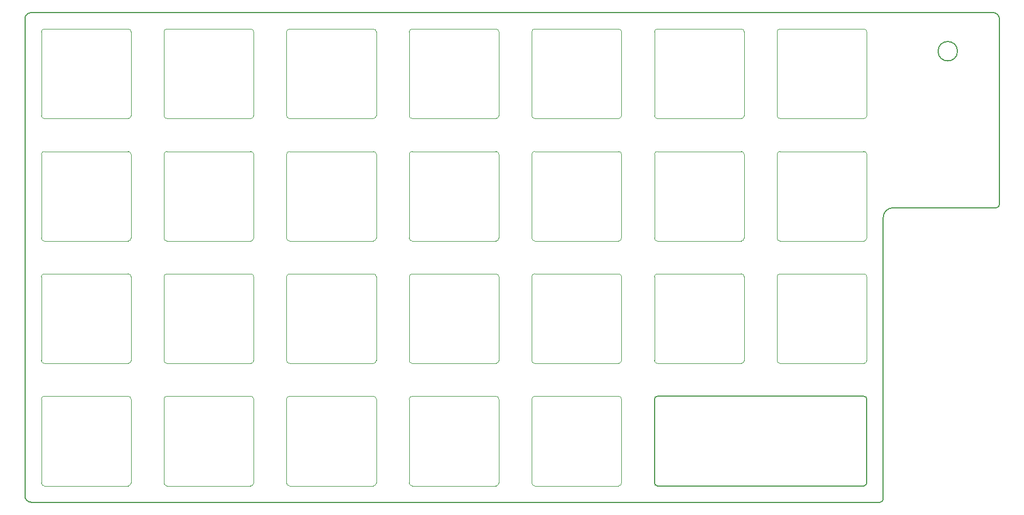
<source format=gm1>
G04 #@! TF.GenerationSoftware,KiCad,Pcbnew,(5.1.5)-3*
G04 #@! TF.CreationDate,2020-05-17T17:05:04+09:00*
G04 #@! TF.ProjectId,7x4x2-top,37783478-322d-4746-9f70-2e6b69636164,rev?*
G04 #@! TF.SameCoordinates,PX2faf080PY2faf080*
G04 #@! TF.FileFunction,Profile,NP*
%FSLAX46Y46*%
G04 Gerber Fmt 4.6, Leading zero omitted, Abs format (unit mm)*
G04 Created by KiCad (PCBNEW (5.1.5)-3) date 2020-05-17 17:05:04*
%MOMM*%
%LPD*%
G04 APERTURE LIST*
%ADD10C,0.150000*%
%ADD11C,0.120000*%
G04 APERTURE END LIST*
D10*
X132401001Y-85405521D02*
G75*
G02X132851001Y-85855521I0J-450000D01*
G01*
X132851001Y-98855521D02*
G75*
G02X132401001Y-99305521I-450000J0D01*
G01*
X100401001Y-99305521D02*
G75*
G02X99951001Y-98855521I0J450000D01*
G01*
X99951001Y-85855521D02*
G75*
G02X100401001Y-85405521I450000J0D01*
G01*
X132401001Y-85405521D02*
X100401001Y-85405521D01*
X132851001Y-98855521D02*
X132851001Y-85855521D01*
X100401001Y-99305521D02*
X132401001Y-99305521D01*
X99951001Y-85855521D02*
X99951001Y-98855521D01*
X146901001Y-31855521D02*
G75*
G03X146901001Y-31855521I-1500000J0D01*
G01*
X135401001Y-101355521D02*
G75*
G02X134901001Y-101855521I-500000J0D01*
G01*
X153401001Y-55655521D02*
G75*
G02X152901001Y-56155521I-500000J0D01*
G01*
X135401001Y-57655521D02*
G75*
G02X136901001Y-56155521I1500000J0D01*
G01*
X136901001Y-56155521D02*
X152901001Y-56155521D01*
X135401001Y-101355521D02*
X135401001Y-57655521D01*
X2401001Y-26855521D02*
G75*
G02X3401001Y-25855521I1000000J0D01*
G01*
X3401001Y-101855521D02*
G75*
G02X2401001Y-100855521I0J1000000D01*
G01*
X152401001Y-25855521D02*
G75*
G02X153401001Y-26855521I0J-1000000D01*
G01*
X2401001Y-26855521D02*
X2401001Y-100855521D01*
X152401001Y-25855521D02*
X3401001Y-25855521D01*
X153401001Y-55655521D02*
X153401001Y-26855521D01*
X3401001Y-101855521D02*
X134901001Y-101855521D01*
D11*
X94851001Y-98855521D02*
G75*
G02X94401001Y-99305521I-450000J0D01*
G01*
X81401001Y-99305521D02*
G75*
G02X80951001Y-98855521I0J450000D01*
G01*
X80951001Y-85855521D02*
G75*
G02X81401001Y-85405521I450000J0D01*
G01*
X94401001Y-85405521D02*
G75*
G02X94851001Y-85855521I0J-450000D01*
G01*
X94851001Y-98855521D02*
X94851001Y-85855521D01*
X81401001Y-99305521D02*
X94401001Y-99305521D01*
X80951001Y-85855521D02*
X80951001Y-98855521D01*
X94401001Y-85405521D02*
X81401001Y-85405521D01*
X75851001Y-98855521D02*
G75*
G02X75401001Y-99305521I-450000J0D01*
G01*
X62401001Y-99305521D02*
G75*
G02X61951001Y-98855521I0J450000D01*
G01*
X61951001Y-85855521D02*
G75*
G02X62401001Y-85405521I450000J0D01*
G01*
X75401001Y-85405521D02*
G75*
G02X75851001Y-85855521I0J-450000D01*
G01*
X75851001Y-98855521D02*
X75851001Y-85855521D01*
X62401001Y-99305521D02*
X75401001Y-99305521D01*
X61951001Y-85855521D02*
X61951001Y-98855521D01*
X75401001Y-85405521D02*
X62401001Y-85405521D01*
X56851001Y-98855521D02*
G75*
G02X56401001Y-99305521I-450000J0D01*
G01*
X43401001Y-99305521D02*
G75*
G02X42951001Y-98855521I0J450000D01*
G01*
X42951001Y-85855521D02*
G75*
G02X43401001Y-85405521I450000J0D01*
G01*
X56401001Y-85405521D02*
G75*
G02X56851001Y-85855521I0J-450000D01*
G01*
X56851001Y-98855521D02*
X56851001Y-85855521D01*
X43401001Y-99305521D02*
X56401001Y-99305521D01*
X42951001Y-85855521D02*
X42951001Y-98855521D01*
X56401001Y-85405521D02*
X43401001Y-85405521D01*
X37851001Y-98855521D02*
G75*
G02X37401001Y-99305521I-450000J0D01*
G01*
X24401001Y-99305521D02*
G75*
G02X23951001Y-98855521I0J450000D01*
G01*
X23951001Y-85855521D02*
G75*
G02X24401001Y-85405521I450000J0D01*
G01*
X37401001Y-85405521D02*
G75*
G02X37851001Y-85855521I0J-450000D01*
G01*
X37851001Y-98855521D02*
X37851001Y-85855521D01*
X24401001Y-99305521D02*
X37401001Y-99305521D01*
X23951001Y-85855521D02*
X23951001Y-98855521D01*
X37401001Y-85405521D02*
X24401001Y-85405521D01*
X18851001Y-98855521D02*
G75*
G02X18401001Y-99305521I-450000J0D01*
G01*
X5401001Y-99305521D02*
G75*
G02X4951001Y-98855521I0J450000D01*
G01*
X4951001Y-85855521D02*
G75*
G02X5401001Y-85405521I450000J0D01*
G01*
X18401001Y-85405521D02*
G75*
G02X18851001Y-85855521I0J-450000D01*
G01*
X18851001Y-98855521D02*
X18851001Y-85855521D01*
X5401001Y-99305521D02*
X18401001Y-99305521D01*
X4951001Y-85855521D02*
X4951001Y-98855521D01*
X18401001Y-85405521D02*
X5401001Y-85405521D01*
X132851001Y-79855521D02*
G75*
G02X132401001Y-80305521I-450000J0D01*
G01*
X119401001Y-80305521D02*
G75*
G02X118951001Y-79855521I0J450000D01*
G01*
X118951001Y-66855521D02*
G75*
G02X119401001Y-66405521I450000J0D01*
G01*
X132401001Y-66405521D02*
G75*
G02X132851001Y-66855521I0J-450000D01*
G01*
X132851001Y-79855521D02*
X132851001Y-66855521D01*
X119401001Y-80305521D02*
X132401001Y-80305521D01*
X118951001Y-66855521D02*
X118951001Y-79855521D01*
X132401001Y-66405521D02*
X119401001Y-66405521D01*
X113851001Y-79855521D02*
G75*
G02X113401001Y-80305521I-450000J0D01*
G01*
X100401001Y-80305521D02*
G75*
G02X99951001Y-79855521I0J450000D01*
G01*
X99951001Y-66855521D02*
G75*
G02X100401001Y-66405521I450000J0D01*
G01*
X113401001Y-66405521D02*
G75*
G02X113851001Y-66855521I0J-450000D01*
G01*
X113851001Y-79855521D02*
X113851001Y-66855521D01*
X100401001Y-80305521D02*
X113401001Y-80305521D01*
X99951001Y-66855521D02*
X99951001Y-79855521D01*
X113401001Y-66405521D02*
X100401001Y-66405521D01*
X94851001Y-79855521D02*
G75*
G02X94401001Y-80305521I-450000J0D01*
G01*
X81401001Y-80305521D02*
G75*
G02X80951001Y-79855521I0J450000D01*
G01*
X80951001Y-66855521D02*
G75*
G02X81401001Y-66405521I450000J0D01*
G01*
X94401001Y-66405521D02*
G75*
G02X94851001Y-66855521I0J-450000D01*
G01*
X94851001Y-79855521D02*
X94851001Y-66855521D01*
X81401001Y-80305521D02*
X94401001Y-80305521D01*
X80951001Y-66855521D02*
X80951001Y-79855521D01*
X94401001Y-66405521D02*
X81401001Y-66405521D01*
X75851001Y-79855521D02*
G75*
G02X75401001Y-80305521I-450000J0D01*
G01*
X62401001Y-80305521D02*
G75*
G02X61951001Y-79855521I0J450000D01*
G01*
X61951001Y-66855521D02*
G75*
G02X62401001Y-66405521I450000J0D01*
G01*
X75401001Y-66405521D02*
G75*
G02X75851001Y-66855521I0J-450000D01*
G01*
X75851001Y-79855521D02*
X75851001Y-66855521D01*
X62401001Y-80305521D02*
X75401001Y-80305521D01*
X61951001Y-66855521D02*
X61951001Y-79855521D01*
X75401001Y-66405521D02*
X62401001Y-66405521D01*
X56851001Y-79855521D02*
G75*
G02X56401001Y-80305521I-450000J0D01*
G01*
X43401001Y-80305521D02*
G75*
G02X42951001Y-79855521I0J450000D01*
G01*
X42951001Y-66855521D02*
G75*
G02X43401001Y-66405521I450000J0D01*
G01*
X56401001Y-66405521D02*
G75*
G02X56851001Y-66855521I0J-450000D01*
G01*
X56851001Y-79855521D02*
X56851001Y-66855521D01*
X43401001Y-80305521D02*
X56401001Y-80305521D01*
X42951001Y-66855521D02*
X42951001Y-79855521D01*
X56401001Y-66405521D02*
X43401001Y-66405521D01*
X37851001Y-79855521D02*
G75*
G02X37401001Y-80305521I-450000J0D01*
G01*
X24401001Y-80305521D02*
G75*
G02X23951001Y-79855521I0J450000D01*
G01*
X23951001Y-66855521D02*
G75*
G02X24401001Y-66405521I450000J0D01*
G01*
X37401001Y-66405521D02*
G75*
G02X37851001Y-66855521I0J-450000D01*
G01*
X37851001Y-79855521D02*
X37851001Y-66855521D01*
X24401001Y-80305521D02*
X37401001Y-80305521D01*
X23951001Y-66855521D02*
X23951001Y-79855521D01*
X37401001Y-66405521D02*
X24401001Y-66405521D01*
X18851001Y-79855521D02*
G75*
G02X18401001Y-80305521I-450000J0D01*
G01*
X5401001Y-80305521D02*
G75*
G02X4951001Y-79855521I0J450000D01*
G01*
X4951001Y-66855521D02*
G75*
G02X5401001Y-66405521I450000J0D01*
G01*
X18401001Y-66405521D02*
G75*
G02X18851001Y-66855521I0J-450000D01*
G01*
X18851001Y-79855521D02*
X18851001Y-66855521D01*
X5401001Y-80305521D02*
X18401001Y-80305521D01*
X4951001Y-66855521D02*
X4951001Y-79855521D01*
X18401001Y-66405521D02*
X5401001Y-66405521D01*
X132851001Y-60855521D02*
G75*
G02X132401001Y-61305521I-450000J0D01*
G01*
X119401001Y-61305521D02*
G75*
G02X118951001Y-60855521I0J450000D01*
G01*
X118951001Y-47855521D02*
G75*
G02X119401001Y-47405521I450000J0D01*
G01*
X132401001Y-47405521D02*
G75*
G02X132851001Y-47855521I0J-450000D01*
G01*
X132851001Y-60855521D02*
X132851001Y-47855521D01*
X119401001Y-61305521D02*
X132401001Y-61305521D01*
X118951001Y-47855521D02*
X118951001Y-60855521D01*
X132401001Y-47405521D02*
X119401001Y-47405521D01*
X113851001Y-60855521D02*
G75*
G02X113401001Y-61305521I-450000J0D01*
G01*
X100401001Y-61305521D02*
G75*
G02X99951001Y-60855521I0J450000D01*
G01*
X99951001Y-47855521D02*
G75*
G02X100401001Y-47405521I450000J0D01*
G01*
X113401001Y-47405521D02*
G75*
G02X113851001Y-47855521I0J-450000D01*
G01*
X113851001Y-60855521D02*
X113851001Y-47855521D01*
X100401001Y-61305521D02*
X113401001Y-61305521D01*
X99951001Y-47855521D02*
X99951001Y-60855521D01*
X113401001Y-47405521D02*
X100401001Y-47405521D01*
X94851001Y-60855521D02*
G75*
G02X94401001Y-61305521I-450000J0D01*
G01*
X81401001Y-61305521D02*
G75*
G02X80951001Y-60855521I0J450000D01*
G01*
X80951001Y-47855521D02*
G75*
G02X81401001Y-47405521I450000J0D01*
G01*
X94401001Y-47405521D02*
G75*
G02X94851001Y-47855521I0J-450000D01*
G01*
X94851001Y-60855521D02*
X94851001Y-47855521D01*
X81401001Y-61305521D02*
X94401001Y-61305521D01*
X80951001Y-47855521D02*
X80951001Y-60855521D01*
X94401001Y-47405521D02*
X81401001Y-47405521D01*
X75851001Y-60855521D02*
G75*
G02X75401001Y-61305521I-450000J0D01*
G01*
X62401001Y-61305521D02*
G75*
G02X61951001Y-60855521I0J450000D01*
G01*
X61951001Y-47855521D02*
G75*
G02X62401001Y-47405521I450000J0D01*
G01*
X75401001Y-47405521D02*
G75*
G02X75851001Y-47855521I0J-450000D01*
G01*
X75851001Y-60855521D02*
X75851001Y-47855521D01*
X62401001Y-61305521D02*
X75401001Y-61305521D01*
X61951001Y-47855521D02*
X61951001Y-60855521D01*
X75401001Y-47405521D02*
X62401001Y-47405521D01*
X56851001Y-60855521D02*
G75*
G02X56401001Y-61305521I-450000J0D01*
G01*
X43401001Y-61305521D02*
G75*
G02X42951001Y-60855521I0J450000D01*
G01*
X42951001Y-47855521D02*
G75*
G02X43401001Y-47405521I450000J0D01*
G01*
X56401001Y-47405521D02*
G75*
G02X56851001Y-47855521I0J-450000D01*
G01*
X56851001Y-60855521D02*
X56851001Y-47855521D01*
X43401001Y-61305521D02*
X56401001Y-61305521D01*
X42951001Y-47855521D02*
X42951001Y-60855521D01*
X56401001Y-47405521D02*
X43401001Y-47405521D01*
X37851001Y-60855521D02*
G75*
G02X37401001Y-61305521I-450000J0D01*
G01*
X24401001Y-61305521D02*
G75*
G02X23951001Y-60855521I0J450000D01*
G01*
X23951001Y-47855521D02*
G75*
G02X24401001Y-47405521I450000J0D01*
G01*
X37401001Y-47405521D02*
G75*
G02X37851001Y-47855521I0J-450000D01*
G01*
X37851001Y-60855521D02*
X37851001Y-47855521D01*
X24401001Y-61305521D02*
X37401001Y-61305521D01*
X23951001Y-47855521D02*
X23951001Y-60855521D01*
X37401001Y-47405521D02*
X24401001Y-47405521D01*
X18851001Y-60855521D02*
G75*
G02X18401001Y-61305521I-450000J0D01*
G01*
X5401001Y-61305521D02*
G75*
G02X4951001Y-60855521I0J450000D01*
G01*
X4951001Y-47855521D02*
G75*
G02X5401001Y-47405521I450000J0D01*
G01*
X18401001Y-47405521D02*
G75*
G02X18851001Y-47855521I0J-450000D01*
G01*
X18851001Y-60855521D02*
X18851001Y-47855521D01*
X5401001Y-61305521D02*
X18401001Y-61305521D01*
X4951001Y-47855521D02*
X4951001Y-60855521D01*
X18401001Y-47405521D02*
X5401001Y-47405521D01*
X132851001Y-41855521D02*
G75*
G02X132401001Y-42305521I-450000J0D01*
G01*
X119401001Y-42305521D02*
G75*
G02X118951001Y-41855521I0J450000D01*
G01*
X118951001Y-28855521D02*
G75*
G02X119401001Y-28405521I450000J0D01*
G01*
X132401001Y-28405521D02*
G75*
G02X132851001Y-28855521I0J-450000D01*
G01*
X132851001Y-41855521D02*
X132851001Y-28855521D01*
X119401001Y-42305521D02*
X132401001Y-42305521D01*
X118951001Y-28855521D02*
X118951001Y-41855521D01*
X132401001Y-28405521D02*
X119401001Y-28405521D01*
X113851001Y-41855521D02*
G75*
G02X113401001Y-42305521I-450000J0D01*
G01*
X100401001Y-42305521D02*
G75*
G02X99951001Y-41855521I0J450000D01*
G01*
X99951001Y-28855521D02*
G75*
G02X100401001Y-28405521I450000J0D01*
G01*
X113401001Y-28405521D02*
G75*
G02X113851001Y-28855521I0J-450000D01*
G01*
X113851001Y-41855521D02*
X113851001Y-28855521D01*
X100401001Y-42305521D02*
X113401001Y-42305521D01*
X99951001Y-28855521D02*
X99951001Y-41855521D01*
X113401001Y-28405521D02*
X100401001Y-28405521D01*
X94851001Y-41855521D02*
G75*
G02X94401001Y-42305521I-450000J0D01*
G01*
X81401001Y-42305521D02*
G75*
G02X80951001Y-41855521I0J450000D01*
G01*
X80951001Y-28855521D02*
G75*
G02X81401001Y-28405521I450000J0D01*
G01*
X94401001Y-28405521D02*
G75*
G02X94851001Y-28855521I0J-450000D01*
G01*
X94851001Y-41855521D02*
X94851001Y-28855521D01*
X81401001Y-42305521D02*
X94401001Y-42305521D01*
X80951001Y-28855521D02*
X80951001Y-41855521D01*
X94401001Y-28405521D02*
X81401001Y-28405521D01*
X75851001Y-41855521D02*
G75*
G02X75401001Y-42305521I-450000J0D01*
G01*
X62401001Y-42305521D02*
G75*
G02X61951001Y-41855521I0J450000D01*
G01*
X61951001Y-28855521D02*
G75*
G02X62401001Y-28405521I450000J0D01*
G01*
X75401001Y-28405521D02*
G75*
G02X75851001Y-28855521I0J-450000D01*
G01*
X75851001Y-41855521D02*
X75851001Y-28855521D01*
X62401001Y-42305521D02*
X75401001Y-42305521D01*
X61951001Y-28855521D02*
X61951001Y-41855521D01*
X75401001Y-28405521D02*
X62401001Y-28405521D01*
X56851001Y-41855521D02*
G75*
G02X56401001Y-42305521I-450000J0D01*
G01*
X43401001Y-42305521D02*
G75*
G02X42951001Y-41855521I0J450000D01*
G01*
X42951001Y-28855521D02*
G75*
G02X43401001Y-28405521I450000J0D01*
G01*
X56401001Y-28405521D02*
G75*
G02X56851001Y-28855521I0J-450000D01*
G01*
X56851001Y-41855521D02*
X56851001Y-28855521D01*
X43401001Y-42305521D02*
X56401001Y-42305521D01*
X42951001Y-28855521D02*
X42951001Y-41855521D01*
X56401001Y-28405521D02*
X43401001Y-28405521D01*
X37851001Y-41855521D02*
G75*
G02X37401001Y-42305521I-450000J0D01*
G01*
X24401001Y-42305521D02*
G75*
G02X23951001Y-41855521I0J450000D01*
G01*
X23951001Y-28855521D02*
G75*
G02X24401001Y-28405521I450000J0D01*
G01*
X37401001Y-28405521D02*
G75*
G02X37851001Y-28855521I0J-450000D01*
G01*
X37851001Y-41855521D02*
X37851001Y-28855521D01*
X24401001Y-42305521D02*
X37401001Y-42305521D01*
X23951001Y-28855521D02*
X23951001Y-41855521D01*
X37401001Y-28405521D02*
X24401001Y-28405521D01*
X18851001Y-41855521D02*
G75*
G02X18401001Y-42305521I-450000J0D01*
G01*
X5401001Y-42305521D02*
G75*
G02X4951001Y-41855521I0J450000D01*
G01*
X4951001Y-28855521D02*
G75*
G02X5401001Y-28405521I450000J0D01*
G01*
X18401001Y-28405521D02*
G75*
G02X18851001Y-28855521I0J-450000D01*
G01*
X18851001Y-41855521D02*
X18851001Y-28855521D01*
X5401001Y-42305521D02*
X18401001Y-42305521D01*
X4951001Y-28855521D02*
X4951001Y-41855521D01*
X18401001Y-28405521D02*
X5401001Y-28405521D01*
M02*

</source>
